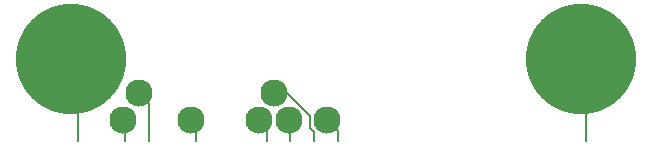
<source format=gtl>
%TF.GenerationSoftware,KiCad,Pcbnew,9.0.5*%
%TF.CreationDate,2025-10-14T17:21:27+01:00*%
%TF.ProjectId,vm_pogodaptor,766d5f70-6f67-46f6-9461-70746f722e6b,0.1*%
%TF.SameCoordinates,Original*%
%TF.FileFunction,Copper,L1,Top*%
%TF.FilePolarity,Positive*%
%FSLAX45Y45*%
G04 Gerber Fmt 4.5, Leading zero omitted, Abs format (unit mm)*
G04 Created by KiCad (PCBNEW 9.0.5) date 2025-10-14 17:21:27*
%MOMM*%
%LPD*%
G01*
G04 APERTURE LIST*
%TA.AperFunction,SMDPad,CuDef*%
%ADD10C,0.125000*%
%TD*%
%TA.AperFunction,SMDPad,CuDef*%
%ADD11C,2.300000*%
%TD*%
%TA.AperFunction,SMDPad,CuDef*%
%ADD12C,1.400000*%
%TD*%
%TA.AperFunction,ComponentPad*%
%ADD13C,9.370000*%
%TD*%
%TA.AperFunction,Conductor*%
%ADD14C,0.200000*%
%TD*%
G04 APERTURE END LIST*
D10*
%TO.P,GS2,1,SDA*%
%TO.N,Net-(GS2-SDA)*%
X-1700000Y-600000D03*
%TD*%
D11*
%TO.P,TP3,1*%
%TO.N,Net-(GS4-+3V3)*%
X-1140000Y-420000D03*
%TD*%
D10*
%TO.P,GS4,1,+3V3*%
%TO.N,Net-(GS4-+3V3)*%
X-1100000Y-600000D03*
%TD*%
%TO.P,GS7,1,MISO*%
%TO.N,Net-(GS7-MISO)*%
X-300000Y-600000D03*
%TD*%
D11*
%TO.P,TP5,1*%
%TO.N,Net-(GS6-MOSI)*%
X-440427Y-194817D03*
%TD*%
D10*
%TO.P,GS5,1,CS~1*%
%TO.N,Net-(GS5-CS~1)*%
X-500000Y-600000D03*
%TD*%
D11*
%TO.P,TP4,1*%
%TO.N,Net-(GS5-CS~1)*%
X-570000Y-420000D03*
%TD*%
%TO.P,TP6,1*%
%TO.N,Net-(GS7-MISO)*%
X-310000Y-420000D03*
%TD*%
D10*
%TO.P,GS3,1,SCL*%
%TO.N,Net-(GS3-SCL)*%
X-1500000Y-600000D03*
%TD*%
D12*
%TO.P,CN2,*%
%TO.N,*%
X1769000Y100000D03*
X1798687Y249246D03*
X1798687Y-49246D03*
X1883228Y375772D03*
X1883228Y-175772D03*
X2009753Y460313D03*
X2009753Y-260313D03*
X2159000Y490000D03*
X2159000Y-290000D03*
X2308247Y460313D03*
X2308247Y-260313D03*
X2434772Y375772D03*
X2434772Y-175772D03*
X2519313Y249246D03*
X2519313Y-49246D03*
X2549000Y100000D03*
D13*
%TO.P,CN2,1*%
%TO.N,Net-(GS9-CS~2)*%
X2159000Y100000D03*
%TD*%
D10*
%TO.P,GS1,1,GND*%
%TO.N,Net-(GS1-GND)*%
X-2100000Y-600000D03*
%TD*%
D11*
%TO.P,TP7,1*%
%TO.N,Net-(GS8-SCK)*%
X10000Y-420000D03*
%TD*%
D12*
%TO.P,CN1,*%
%TO.N,*%
X-2549000Y100000D03*
X-2519313Y249246D03*
X-2519313Y-49246D03*
X-2434772Y375772D03*
X-2434772Y-175772D03*
X-2308247Y460313D03*
X-2308247Y-260313D03*
X-2159000Y490000D03*
X-2159000Y-290000D03*
X-2009753Y460313D03*
X-2009753Y-260313D03*
X-1883228Y375772D03*
X-1883228Y-175772D03*
X-1798687Y249246D03*
X-1798687Y-49246D03*
X-1769000Y100000D03*
D13*
%TO.P,CN1,1*%
%TO.N,Net-(GS1-GND)*%
X-2159000Y100000D03*
%TD*%
D11*
%TO.P,TP2,1*%
%TO.N,Net-(GS3-SCL)*%
X-1585427Y-194817D03*
%TD*%
%TO.P,TP1,1*%
%TO.N,Net-(GS2-SDA)*%
X-1715000Y-420000D03*
%TD*%
D10*
%TO.P,GS9,1,CS~2*%
%TO.N,Net-(GS9-CS~2)*%
X2200000Y-600000D03*
%TD*%
%TO.P,GS8,1,SCK*%
%TO.N,Net-(GS8-SCK)*%
X100000Y-600000D03*
%TD*%
%TO.P,GS6,1,MOSI*%
%TO.N,Net-(GS6-MOSI)*%
X-100000Y-600000D03*
%TD*%
D14*
%TO.N,Net-(GS1-GND)*%
X-2100000Y-600000D02*
X-2100000Y41000D01*
X-2100000Y41000D02*
X-2159000Y100000D01*
%TO.N,Net-(GS9-CS~2)*%
X2200000Y59000D02*
X2200000Y-600000D01*
X2159000Y100000D02*
X2200000Y59000D01*
%TO.N,Net-(GS2-SDA)*%
X-1700000Y-435000D02*
X-1715000Y-420000D01*
X-1700000Y-600000D02*
X-1700000Y-435000D01*
%TO.N,Net-(GS3-SCL)*%
X-1500000Y-600000D02*
X-1500000Y-280244D01*
X-1500000Y-280244D02*
X-1585427Y-194817D01*
%TO.N,Net-(GS4-+3V3)*%
X-1100000Y-460000D02*
X-1140000Y-420000D01*
X-1100000Y-600000D02*
X-1100000Y-460000D01*
%TO.N,Net-(GS5-CS~1)*%
X-500000Y-600000D02*
X-500000Y-490000D01*
X-500000Y-490000D02*
X-570000Y-420000D01*
%TO.N,Net-(GS6-MOSI)*%
X-329981Y-194817D02*
X-440427Y-194817D01*
X-136350Y-488650D02*
X-136350Y-388448D01*
X-100000Y-600000D02*
X-100000Y-525000D01*
X-136350Y-388448D02*
X-329981Y-194817D01*
X-100000Y-525000D02*
X-136350Y-488650D01*
%TO.N,Net-(GS7-MISO)*%
X-300000Y-430000D02*
X-310000Y-420000D01*
X-300000Y-600000D02*
X-300000Y-430000D01*
%TO.N,Net-(GS8-SCK)*%
X100000Y-600000D02*
X100000Y-510000D01*
X100000Y-510000D02*
X10000Y-420000D01*
%TD*%
M02*

</source>
